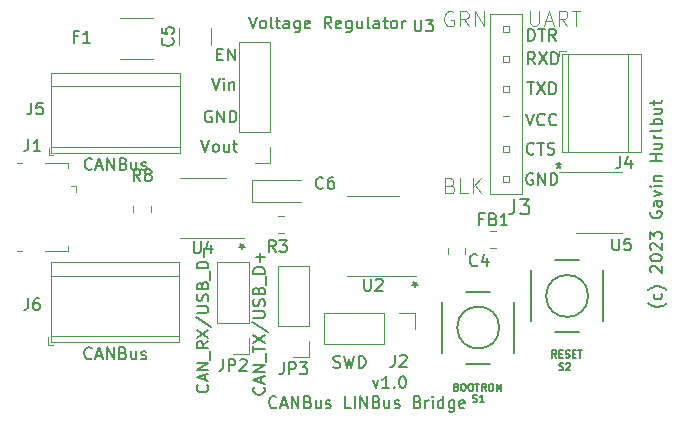
<source format=gbr>
%TF.GenerationSoftware,KiCad,Pcbnew,6.0.11-2627ca5db0~126~ubuntu22.04.1*%
%TF.CreationDate,2023-02-28T23:03:16-05:00*%
%TF.ProjectId,canbus-linbus-bridge,63616e62-7573-42d6-9c69-6e6275732d62,1.0*%
%TF.SameCoordinates,Original*%
%TF.FileFunction,Legend,Top*%
%TF.FilePolarity,Positive*%
%FSLAX46Y46*%
G04 Gerber Fmt 4.6, Leading zero omitted, Abs format (unit mm)*
G04 Created by KiCad (PCBNEW 6.0.11-2627ca5db0~126~ubuntu22.04.1) date 2023-02-28 23:03:16*
%MOMM*%
%LPD*%
G01*
G04 APERTURE LIST*
%ADD10C,0.150000*%
%ADD11C,0.127000*%
%ADD12C,0.101600*%
%ADD13C,0.120000*%
%ADD14C,0.203200*%
%ADD15C,0.066040*%
G04 APERTURE END LIST*
D10*
X77083333Y-102977142D02*
X77035714Y-103024761D01*
X76892857Y-103072380D01*
X76797619Y-103072380D01*
X76654761Y-103024761D01*
X76559523Y-102929523D01*
X76511904Y-102834285D01*
X76464285Y-102643809D01*
X76464285Y-102500952D01*
X76511904Y-102310476D01*
X76559523Y-102215238D01*
X76654761Y-102120000D01*
X76797619Y-102072380D01*
X76892857Y-102072380D01*
X77035714Y-102120000D01*
X77083333Y-102167619D01*
X77464285Y-102786666D02*
X77940476Y-102786666D01*
X77369047Y-103072380D02*
X77702380Y-102072380D01*
X78035714Y-103072380D01*
X78369047Y-103072380D02*
X78369047Y-102072380D01*
X78940476Y-103072380D01*
X78940476Y-102072380D01*
X79750000Y-102548571D02*
X79892857Y-102596190D01*
X79940476Y-102643809D01*
X79988095Y-102739047D01*
X79988095Y-102881904D01*
X79940476Y-102977142D01*
X79892857Y-103024761D01*
X79797619Y-103072380D01*
X79416666Y-103072380D01*
X79416666Y-102072380D01*
X79750000Y-102072380D01*
X79845238Y-102120000D01*
X79892857Y-102167619D01*
X79940476Y-102262857D01*
X79940476Y-102358095D01*
X79892857Y-102453333D01*
X79845238Y-102500952D01*
X79750000Y-102548571D01*
X79416666Y-102548571D01*
X80845238Y-102405714D02*
X80845238Y-103072380D01*
X80416666Y-102405714D02*
X80416666Y-102929523D01*
X80464285Y-103024761D01*
X80559523Y-103072380D01*
X80702380Y-103072380D01*
X80797619Y-103024761D01*
X80845238Y-102977142D01*
X81273809Y-103024761D02*
X81369047Y-103072380D01*
X81559523Y-103072380D01*
X81654761Y-103024761D01*
X81702380Y-102929523D01*
X81702380Y-102881904D01*
X81654761Y-102786666D01*
X81559523Y-102739047D01*
X81416666Y-102739047D01*
X81321428Y-102691428D01*
X81273809Y-102596190D01*
X81273809Y-102548571D01*
X81321428Y-102453333D01*
X81416666Y-102405714D01*
X81559523Y-102405714D01*
X81654761Y-102453333D01*
X83369047Y-103072380D02*
X82892857Y-103072380D01*
X82892857Y-102072380D01*
X83702380Y-103072380D02*
X83702380Y-102072380D01*
X84178571Y-103072380D02*
X84178571Y-102072380D01*
X84750000Y-103072380D01*
X84750000Y-102072380D01*
X85559523Y-102548571D02*
X85702380Y-102596190D01*
X85750000Y-102643809D01*
X85797619Y-102739047D01*
X85797619Y-102881904D01*
X85750000Y-102977142D01*
X85702380Y-103024761D01*
X85607142Y-103072380D01*
X85226190Y-103072380D01*
X85226190Y-102072380D01*
X85559523Y-102072380D01*
X85654761Y-102120000D01*
X85702380Y-102167619D01*
X85750000Y-102262857D01*
X85750000Y-102358095D01*
X85702380Y-102453333D01*
X85654761Y-102500952D01*
X85559523Y-102548571D01*
X85226190Y-102548571D01*
X86654761Y-102405714D02*
X86654761Y-103072380D01*
X86226190Y-102405714D02*
X86226190Y-102929523D01*
X86273809Y-103024761D01*
X86369047Y-103072380D01*
X86511904Y-103072380D01*
X86607142Y-103024761D01*
X86654761Y-102977142D01*
X87083333Y-103024761D02*
X87178571Y-103072380D01*
X87369047Y-103072380D01*
X87464285Y-103024761D01*
X87511904Y-102929523D01*
X87511904Y-102881904D01*
X87464285Y-102786666D01*
X87369047Y-102739047D01*
X87226190Y-102739047D01*
X87130952Y-102691428D01*
X87083333Y-102596190D01*
X87083333Y-102548571D01*
X87130952Y-102453333D01*
X87226190Y-102405714D01*
X87369047Y-102405714D01*
X87464285Y-102453333D01*
X89035714Y-102548571D02*
X89178571Y-102596190D01*
X89226190Y-102643809D01*
X89273809Y-102739047D01*
X89273809Y-102881904D01*
X89226190Y-102977142D01*
X89178571Y-103024761D01*
X89083333Y-103072380D01*
X88702380Y-103072380D01*
X88702380Y-102072380D01*
X89035714Y-102072380D01*
X89130952Y-102120000D01*
X89178571Y-102167619D01*
X89226190Y-102262857D01*
X89226190Y-102358095D01*
X89178571Y-102453333D01*
X89130952Y-102500952D01*
X89035714Y-102548571D01*
X88702380Y-102548571D01*
X89702380Y-103072380D02*
X89702380Y-102405714D01*
X89702380Y-102596190D02*
X89750000Y-102500952D01*
X89797619Y-102453333D01*
X89892857Y-102405714D01*
X89988095Y-102405714D01*
X90321428Y-103072380D02*
X90321428Y-102405714D01*
X90321428Y-102072380D02*
X90273809Y-102120000D01*
X90321428Y-102167619D01*
X90369047Y-102120000D01*
X90321428Y-102072380D01*
X90321428Y-102167619D01*
X91226190Y-103072380D02*
X91226190Y-102072380D01*
X91226190Y-103024761D02*
X91130952Y-103072380D01*
X90940476Y-103072380D01*
X90845238Y-103024761D01*
X90797619Y-102977142D01*
X90750000Y-102881904D01*
X90750000Y-102596190D01*
X90797619Y-102500952D01*
X90845238Y-102453333D01*
X90940476Y-102405714D01*
X91130952Y-102405714D01*
X91226190Y-102453333D01*
X92130952Y-102405714D02*
X92130952Y-103215238D01*
X92083333Y-103310476D01*
X92035714Y-103358095D01*
X91940476Y-103405714D01*
X91797619Y-103405714D01*
X91702380Y-103358095D01*
X92130952Y-103024761D02*
X92035714Y-103072380D01*
X91845238Y-103072380D01*
X91750000Y-103024761D01*
X91702380Y-102977142D01*
X91654761Y-102881904D01*
X91654761Y-102596190D01*
X91702380Y-102500952D01*
X91750000Y-102453333D01*
X91845238Y-102405714D01*
X92035714Y-102405714D01*
X92130952Y-102453333D01*
X92988095Y-103024761D02*
X92892857Y-103072380D01*
X92702380Y-103072380D01*
X92607142Y-103024761D01*
X92559523Y-102929523D01*
X92559523Y-102548571D01*
X92607142Y-102453333D01*
X92702380Y-102405714D01*
X92892857Y-102405714D01*
X92988095Y-102453333D01*
X93035714Y-102548571D01*
X93035714Y-102643809D01*
X92559523Y-102739047D01*
X85241428Y-100705714D02*
X85479523Y-101372380D01*
X85717619Y-100705714D01*
X86622380Y-101372380D02*
X86050952Y-101372380D01*
X86336666Y-101372380D02*
X86336666Y-100372380D01*
X86241428Y-100515238D01*
X86146190Y-100610476D01*
X86050952Y-100658095D01*
X87050952Y-101277142D02*
X87098571Y-101324761D01*
X87050952Y-101372380D01*
X87003333Y-101324761D01*
X87050952Y-101277142D01*
X87050952Y-101372380D01*
X87717619Y-100372380D02*
X87812857Y-100372380D01*
X87908095Y-100420000D01*
X87955714Y-100467619D01*
X88003333Y-100562857D01*
X88050952Y-100753333D01*
X88050952Y-100991428D01*
X88003333Y-101181904D01*
X87955714Y-101277142D01*
X87908095Y-101324761D01*
X87812857Y-101372380D01*
X87717619Y-101372380D01*
X87622380Y-101324761D01*
X87574761Y-101277142D01*
X87527142Y-101181904D01*
X87479523Y-100991428D01*
X87479523Y-100753333D01*
X87527142Y-100562857D01*
X87574761Y-100467619D01*
X87622380Y-100420000D01*
X87717619Y-100372380D01*
X110093333Y-94200952D02*
X110045714Y-94248571D01*
X109902857Y-94343809D01*
X109807619Y-94391428D01*
X109664761Y-94439047D01*
X109426666Y-94486666D01*
X109236190Y-94486666D01*
X108998095Y-94439047D01*
X108855238Y-94391428D01*
X108760000Y-94343809D01*
X108617142Y-94248571D01*
X108569523Y-94200952D01*
X109664761Y-93391428D02*
X109712380Y-93486666D01*
X109712380Y-93677142D01*
X109664761Y-93772380D01*
X109617142Y-93820000D01*
X109521904Y-93867619D01*
X109236190Y-93867619D01*
X109140952Y-93820000D01*
X109093333Y-93772380D01*
X109045714Y-93677142D01*
X109045714Y-93486666D01*
X109093333Y-93391428D01*
X110093333Y-93058095D02*
X110045714Y-93010476D01*
X109902857Y-92915238D01*
X109807619Y-92867619D01*
X109664761Y-92820000D01*
X109426666Y-92772380D01*
X109236190Y-92772380D01*
X108998095Y-92820000D01*
X108855238Y-92867619D01*
X108760000Y-92915238D01*
X108617142Y-93010476D01*
X108569523Y-93058095D01*
X108807619Y-91581904D02*
X108760000Y-91534285D01*
X108712380Y-91439047D01*
X108712380Y-91200952D01*
X108760000Y-91105714D01*
X108807619Y-91058095D01*
X108902857Y-91010476D01*
X108998095Y-91010476D01*
X109140952Y-91058095D01*
X109712380Y-91629523D01*
X109712380Y-91010476D01*
X108712380Y-90391428D02*
X108712380Y-90296190D01*
X108760000Y-90200952D01*
X108807619Y-90153333D01*
X108902857Y-90105714D01*
X109093333Y-90058095D01*
X109331428Y-90058095D01*
X109521904Y-90105714D01*
X109617142Y-90153333D01*
X109664761Y-90200952D01*
X109712380Y-90296190D01*
X109712380Y-90391428D01*
X109664761Y-90486666D01*
X109617142Y-90534285D01*
X109521904Y-90581904D01*
X109331428Y-90629523D01*
X109093333Y-90629523D01*
X108902857Y-90581904D01*
X108807619Y-90534285D01*
X108760000Y-90486666D01*
X108712380Y-90391428D01*
X108807619Y-89677142D02*
X108760000Y-89629523D01*
X108712380Y-89534285D01*
X108712380Y-89296190D01*
X108760000Y-89200952D01*
X108807619Y-89153333D01*
X108902857Y-89105714D01*
X108998095Y-89105714D01*
X109140952Y-89153333D01*
X109712380Y-89724761D01*
X109712380Y-89105714D01*
X108712380Y-88772380D02*
X108712380Y-88153333D01*
X109093333Y-88486666D01*
X109093333Y-88343809D01*
X109140952Y-88248571D01*
X109188571Y-88200952D01*
X109283809Y-88153333D01*
X109521904Y-88153333D01*
X109617142Y-88200952D01*
X109664761Y-88248571D01*
X109712380Y-88343809D01*
X109712380Y-88629523D01*
X109664761Y-88724761D01*
X109617142Y-88772380D01*
X108760000Y-86439047D02*
X108712380Y-86534285D01*
X108712380Y-86677142D01*
X108760000Y-86820000D01*
X108855238Y-86915238D01*
X108950476Y-86962857D01*
X109140952Y-87010476D01*
X109283809Y-87010476D01*
X109474285Y-86962857D01*
X109569523Y-86915238D01*
X109664761Y-86820000D01*
X109712380Y-86677142D01*
X109712380Y-86581904D01*
X109664761Y-86439047D01*
X109617142Y-86391428D01*
X109283809Y-86391428D01*
X109283809Y-86581904D01*
X109712380Y-85534285D02*
X109188571Y-85534285D01*
X109093333Y-85581904D01*
X109045714Y-85677142D01*
X109045714Y-85867619D01*
X109093333Y-85962857D01*
X109664761Y-85534285D02*
X109712380Y-85629523D01*
X109712380Y-85867619D01*
X109664761Y-85962857D01*
X109569523Y-86010476D01*
X109474285Y-86010476D01*
X109379047Y-85962857D01*
X109331428Y-85867619D01*
X109331428Y-85629523D01*
X109283809Y-85534285D01*
X109045714Y-85153333D02*
X109712380Y-84915238D01*
X109045714Y-84677142D01*
X109712380Y-84296190D02*
X109045714Y-84296190D01*
X108712380Y-84296190D02*
X108760000Y-84343809D01*
X108807619Y-84296190D01*
X108760000Y-84248571D01*
X108712380Y-84296190D01*
X108807619Y-84296190D01*
X109045714Y-83820000D02*
X109712380Y-83820000D01*
X109140952Y-83820000D02*
X109093333Y-83772380D01*
X109045714Y-83677142D01*
X109045714Y-83534285D01*
X109093333Y-83439047D01*
X109188571Y-83391428D01*
X109712380Y-83391428D01*
X109712380Y-82153333D02*
X108712380Y-82153333D01*
X109188571Y-82153333D02*
X109188571Y-81581904D01*
X109712380Y-81581904D02*
X108712380Y-81581904D01*
X109045714Y-80677142D02*
X109712380Y-80677142D01*
X109045714Y-81105714D02*
X109569523Y-81105714D01*
X109664761Y-81058095D01*
X109712380Y-80962857D01*
X109712380Y-80820000D01*
X109664761Y-80724761D01*
X109617142Y-80677142D01*
X109712380Y-80200952D02*
X109045714Y-80200952D01*
X109236190Y-80200952D02*
X109140952Y-80153333D01*
X109093333Y-80105714D01*
X109045714Y-80010476D01*
X109045714Y-79915238D01*
X109712380Y-79439047D02*
X109664761Y-79534285D01*
X109569523Y-79581904D01*
X108712380Y-79581904D01*
X109712380Y-79058095D02*
X108712380Y-79058095D01*
X109093333Y-79058095D02*
X109045714Y-78962857D01*
X109045714Y-78772380D01*
X109093333Y-78677142D01*
X109140952Y-78629523D01*
X109236190Y-78581904D01*
X109521904Y-78581904D01*
X109617142Y-78629523D01*
X109664761Y-78677142D01*
X109712380Y-78772380D01*
X109712380Y-78962857D01*
X109664761Y-79058095D01*
X109045714Y-77724761D02*
X109712380Y-77724761D01*
X109045714Y-78153333D02*
X109569523Y-78153333D01*
X109664761Y-78105714D01*
X109712380Y-78010476D01*
X109712380Y-77867619D01*
X109664761Y-77772380D01*
X109617142Y-77724761D01*
X109045714Y-77391428D02*
X109045714Y-77010476D01*
X108712380Y-77248571D02*
X109569523Y-77248571D01*
X109664761Y-77200952D01*
X109712380Y-77105714D01*
X109712380Y-77010476D01*
%TO.C,J4*%
X106186666Y-81762380D02*
X106186666Y-82476666D01*
X106139047Y-82619523D01*
X106043809Y-82714761D01*
X105900952Y-82762380D01*
X105805714Y-82762380D01*
X107091428Y-82095714D02*
X107091428Y-82762380D01*
X106853333Y-81714761D02*
X106615238Y-82429047D01*
X107234285Y-82429047D01*
%TO.C,U5*%
X105538095Y-88722380D02*
X105538095Y-89531904D01*
X105585714Y-89627142D01*
X105633333Y-89674761D01*
X105728571Y-89722380D01*
X105919047Y-89722380D01*
X106014285Y-89674761D01*
X106061904Y-89627142D01*
X106109523Y-89531904D01*
X106109523Y-88722380D01*
X107061904Y-88722380D02*
X106585714Y-88722380D01*
X106538095Y-89198571D01*
X106585714Y-89150952D01*
X106680952Y-89103333D01*
X106919047Y-89103333D01*
X107014285Y-89150952D01*
X107061904Y-89198571D01*
X107109523Y-89293809D01*
X107109523Y-89531904D01*
X107061904Y-89627142D01*
X107014285Y-89674761D01*
X106919047Y-89722380D01*
X106680952Y-89722380D01*
X106585714Y-89674761D01*
X106538095Y-89627142D01*
X100975000Y-82277380D02*
X100975000Y-82515476D01*
X100736904Y-82420238D02*
X100975000Y-82515476D01*
X101213095Y-82420238D01*
X100832142Y-82705952D02*
X100975000Y-82515476D01*
X101117857Y-82705952D01*
%TO.C,JP2*%
X72566666Y-98922380D02*
X72566666Y-99636666D01*
X72519047Y-99779523D01*
X72423809Y-99874761D01*
X72280952Y-99922380D01*
X72185714Y-99922380D01*
X73042857Y-99922380D02*
X73042857Y-98922380D01*
X73423809Y-98922380D01*
X73519047Y-98970000D01*
X73566666Y-99017619D01*
X73614285Y-99112857D01*
X73614285Y-99255714D01*
X73566666Y-99350952D01*
X73519047Y-99398571D01*
X73423809Y-99446190D01*
X73042857Y-99446190D01*
X73995238Y-99017619D02*
X74042857Y-98970000D01*
X74138095Y-98922380D01*
X74376190Y-98922380D01*
X74471428Y-98970000D01*
X74519047Y-99017619D01*
X74566666Y-99112857D01*
X74566666Y-99208095D01*
X74519047Y-99350952D01*
X73947619Y-99922380D01*
X74566666Y-99922380D01*
X71232142Y-101098809D02*
X71279761Y-101146428D01*
X71327380Y-101289285D01*
X71327380Y-101384523D01*
X71279761Y-101527380D01*
X71184523Y-101622619D01*
X71089285Y-101670238D01*
X70898809Y-101717857D01*
X70755952Y-101717857D01*
X70565476Y-101670238D01*
X70470238Y-101622619D01*
X70375000Y-101527380D01*
X70327380Y-101384523D01*
X70327380Y-101289285D01*
X70375000Y-101146428D01*
X70422619Y-101098809D01*
X71041666Y-100717857D02*
X71041666Y-100241666D01*
X71327380Y-100813095D02*
X70327380Y-100479761D01*
X71327380Y-100146428D01*
X71327380Y-99813095D02*
X70327380Y-99813095D01*
X71327380Y-99241666D01*
X70327380Y-99241666D01*
X71422619Y-99003571D02*
X71422619Y-98241666D01*
X71327380Y-97432142D02*
X70851190Y-97765476D01*
X71327380Y-98003571D02*
X70327380Y-98003571D01*
X70327380Y-97622619D01*
X70375000Y-97527380D01*
X70422619Y-97479761D01*
X70517857Y-97432142D01*
X70660714Y-97432142D01*
X70755952Y-97479761D01*
X70803571Y-97527380D01*
X70851190Y-97622619D01*
X70851190Y-98003571D01*
X70327380Y-97098809D02*
X71327380Y-96432142D01*
X70327380Y-96432142D02*
X71327380Y-97098809D01*
X70279761Y-95336904D02*
X71565476Y-96194047D01*
X70327380Y-95003571D02*
X71136904Y-95003571D01*
X71232142Y-94955952D01*
X71279761Y-94908333D01*
X71327380Y-94813095D01*
X71327380Y-94622619D01*
X71279761Y-94527380D01*
X71232142Y-94479761D01*
X71136904Y-94432142D01*
X70327380Y-94432142D01*
X71279761Y-94003571D02*
X71327380Y-93860714D01*
X71327380Y-93622619D01*
X71279761Y-93527380D01*
X71232142Y-93479761D01*
X71136904Y-93432142D01*
X71041666Y-93432142D01*
X70946428Y-93479761D01*
X70898809Y-93527380D01*
X70851190Y-93622619D01*
X70803571Y-93813095D01*
X70755952Y-93908333D01*
X70708333Y-93955952D01*
X70613095Y-94003571D01*
X70517857Y-94003571D01*
X70422619Y-93955952D01*
X70375000Y-93908333D01*
X70327380Y-93813095D01*
X70327380Y-93575000D01*
X70375000Y-93432142D01*
X70803571Y-92670238D02*
X70851190Y-92527380D01*
X70898809Y-92479761D01*
X70994047Y-92432142D01*
X71136904Y-92432142D01*
X71232142Y-92479761D01*
X71279761Y-92527380D01*
X71327380Y-92622619D01*
X71327380Y-93003571D01*
X70327380Y-93003571D01*
X70327380Y-92670238D01*
X70375000Y-92575000D01*
X70422619Y-92527380D01*
X70517857Y-92479761D01*
X70613095Y-92479761D01*
X70708333Y-92527380D01*
X70755952Y-92575000D01*
X70803571Y-92670238D01*
X70803571Y-93003571D01*
X71422619Y-92241666D02*
X71422619Y-91479761D01*
X71327380Y-91241666D02*
X70327380Y-91241666D01*
X70327380Y-91003571D01*
X70375000Y-90860714D01*
X70470238Y-90765476D01*
X70565476Y-90717857D01*
X70755952Y-90670238D01*
X70898809Y-90670238D01*
X71089285Y-90717857D01*
X71184523Y-90765476D01*
X71279761Y-90860714D01*
X71327380Y-91003571D01*
X71327380Y-91241666D01*
X70946428Y-90241666D02*
X70946428Y-89479761D01*
%TO.C,J6*%
X56066666Y-93752380D02*
X56066666Y-94466666D01*
X56019047Y-94609523D01*
X55923809Y-94704761D01*
X55780952Y-94752380D01*
X55685714Y-94752380D01*
X56971428Y-93752380D02*
X56780952Y-93752380D01*
X56685714Y-93800000D01*
X56638095Y-93847619D01*
X56542857Y-93990476D01*
X56495238Y-94180952D01*
X56495238Y-94561904D01*
X56542857Y-94657142D01*
X56590476Y-94704761D01*
X56685714Y-94752380D01*
X56876190Y-94752380D01*
X56971428Y-94704761D01*
X57019047Y-94657142D01*
X57066666Y-94561904D01*
X57066666Y-94323809D01*
X57019047Y-94228571D01*
X56971428Y-94180952D01*
X56876190Y-94133333D01*
X56685714Y-94133333D01*
X56590476Y-94180952D01*
X56542857Y-94228571D01*
X56495238Y-94323809D01*
X61435000Y-98827142D02*
X61387380Y-98874761D01*
X61244523Y-98922380D01*
X61149285Y-98922380D01*
X61006428Y-98874761D01*
X60911190Y-98779523D01*
X60863571Y-98684285D01*
X60815952Y-98493809D01*
X60815952Y-98350952D01*
X60863571Y-98160476D01*
X60911190Y-98065238D01*
X61006428Y-97970000D01*
X61149285Y-97922380D01*
X61244523Y-97922380D01*
X61387380Y-97970000D01*
X61435000Y-98017619D01*
X61815952Y-98636666D02*
X62292142Y-98636666D01*
X61720714Y-98922380D02*
X62054047Y-97922380D01*
X62387380Y-98922380D01*
X62720714Y-98922380D02*
X62720714Y-97922380D01*
X63292142Y-98922380D01*
X63292142Y-97922380D01*
X64101666Y-98398571D02*
X64244523Y-98446190D01*
X64292142Y-98493809D01*
X64339761Y-98589047D01*
X64339761Y-98731904D01*
X64292142Y-98827142D01*
X64244523Y-98874761D01*
X64149285Y-98922380D01*
X63768333Y-98922380D01*
X63768333Y-97922380D01*
X64101666Y-97922380D01*
X64196904Y-97970000D01*
X64244523Y-98017619D01*
X64292142Y-98112857D01*
X64292142Y-98208095D01*
X64244523Y-98303333D01*
X64196904Y-98350952D01*
X64101666Y-98398571D01*
X63768333Y-98398571D01*
X65196904Y-98255714D02*
X65196904Y-98922380D01*
X64768333Y-98255714D02*
X64768333Y-98779523D01*
X64815952Y-98874761D01*
X64911190Y-98922380D01*
X65054047Y-98922380D01*
X65149285Y-98874761D01*
X65196904Y-98827142D01*
X65625476Y-98874761D02*
X65720714Y-98922380D01*
X65911190Y-98922380D01*
X66006428Y-98874761D01*
X66054047Y-98779523D01*
X66054047Y-98731904D01*
X66006428Y-98636666D01*
X65911190Y-98589047D01*
X65768333Y-98589047D01*
X65673095Y-98541428D01*
X65625476Y-98446190D01*
X65625476Y-98398571D01*
X65673095Y-98303333D01*
X65768333Y-98255714D01*
X65911190Y-98255714D01*
X66006428Y-98303333D01*
%TO.C,J2*%
X87116666Y-98552380D02*
X87116666Y-99266666D01*
X87069047Y-99409523D01*
X86973809Y-99504761D01*
X86830952Y-99552380D01*
X86735714Y-99552380D01*
X87545238Y-98647619D02*
X87592857Y-98600000D01*
X87688095Y-98552380D01*
X87926190Y-98552380D01*
X88021428Y-98600000D01*
X88069047Y-98647619D01*
X88116666Y-98742857D01*
X88116666Y-98838095D01*
X88069047Y-98980952D01*
X87497619Y-99552380D01*
X88116666Y-99552380D01*
X81917857Y-99604761D02*
X82060714Y-99652380D01*
X82298809Y-99652380D01*
X82394047Y-99604761D01*
X82441666Y-99557142D01*
X82489285Y-99461904D01*
X82489285Y-99366666D01*
X82441666Y-99271428D01*
X82394047Y-99223809D01*
X82298809Y-99176190D01*
X82108333Y-99128571D01*
X82013095Y-99080952D01*
X81965476Y-99033333D01*
X81917857Y-98938095D01*
X81917857Y-98842857D01*
X81965476Y-98747619D01*
X82013095Y-98700000D01*
X82108333Y-98652380D01*
X82346428Y-98652380D01*
X82489285Y-98700000D01*
X82822619Y-98652380D02*
X83060714Y-99652380D01*
X83251190Y-98938095D01*
X83441666Y-99652380D01*
X83679761Y-98652380D01*
X84060714Y-99652380D02*
X84060714Y-98652380D01*
X84298809Y-98652380D01*
X84441666Y-98700000D01*
X84536904Y-98795238D01*
X84584523Y-98890476D01*
X84632142Y-99080952D01*
X84632142Y-99223809D01*
X84584523Y-99414285D01*
X84536904Y-99509523D01*
X84441666Y-99604761D01*
X84298809Y-99652380D01*
X84060714Y-99652380D01*
%TO.C,R8*%
X65558333Y-83852380D02*
X65225000Y-83376190D01*
X64986904Y-83852380D02*
X64986904Y-82852380D01*
X65367857Y-82852380D01*
X65463095Y-82900000D01*
X65510714Y-82947619D01*
X65558333Y-83042857D01*
X65558333Y-83185714D01*
X65510714Y-83280952D01*
X65463095Y-83328571D01*
X65367857Y-83376190D01*
X64986904Y-83376190D01*
X66129761Y-83280952D02*
X66034523Y-83233333D01*
X65986904Y-83185714D01*
X65939285Y-83090476D01*
X65939285Y-83042857D01*
X65986904Y-82947619D01*
X66034523Y-82900000D01*
X66129761Y-82852380D01*
X66320238Y-82852380D01*
X66415476Y-82900000D01*
X66463095Y-82947619D01*
X66510714Y-83042857D01*
X66510714Y-83090476D01*
X66463095Y-83185714D01*
X66415476Y-83233333D01*
X66320238Y-83280952D01*
X66129761Y-83280952D01*
X66034523Y-83328571D01*
X65986904Y-83376190D01*
X65939285Y-83471428D01*
X65939285Y-83661904D01*
X65986904Y-83757142D01*
X66034523Y-83804761D01*
X66129761Y-83852380D01*
X66320238Y-83852380D01*
X66415476Y-83804761D01*
X66463095Y-83757142D01*
X66510714Y-83661904D01*
X66510714Y-83471428D01*
X66463095Y-83376190D01*
X66415476Y-83328571D01*
X66320238Y-83280952D01*
%TO.C,C4*%
X94083333Y-90957142D02*
X94035714Y-91004761D01*
X93892857Y-91052380D01*
X93797619Y-91052380D01*
X93654761Y-91004761D01*
X93559523Y-90909523D01*
X93511904Y-90814285D01*
X93464285Y-90623809D01*
X93464285Y-90480952D01*
X93511904Y-90290476D01*
X93559523Y-90195238D01*
X93654761Y-90100000D01*
X93797619Y-90052380D01*
X93892857Y-90052380D01*
X94035714Y-90100000D01*
X94083333Y-90147619D01*
X94940476Y-90385714D02*
X94940476Y-91052380D01*
X94702380Y-90004761D02*
X94464285Y-90719047D01*
X95083333Y-90719047D01*
D11*
%TO.C,S1*%
X93710542Y-102521742D02*
X93797628Y-102550771D01*
X93942771Y-102550771D01*
X94000828Y-102521742D01*
X94029857Y-102492714D01*
X94058885Y-102434657D01*
X94058885Y-102376600D01*
X94029857Y-102318542D01*
X94000828Y-102289514D01*
X93942771Y-102260485D01*
X93826657Y-102231457D01*
X93768600Y-102202428D01*
X93739571Y-102173400D01*
X93710542Y-102115342D01*
X93710542Y-102057285D01*
X93739571Y-101999228D01*
X93768600Y-101970200D01*
X93826657Y-101941171D01*
X93971800Y-101941171D01*
X94058885Y-101970200D01*
X94639457Y-102550771D02*
X94291114Y-102550771D01*
X94465285Y-102550771D02*
X94465285Y-101941171D01*
X94407228Y-102028257D01*
X94349171Y-102086314D01*
X94291114Y-102115342D01*
X92325228Y-101281457D02*
X92412314Y-101310485D01*
X92441342Y-101339514D01*
X92470371Y-101397571D01*
X92470371Y-101484657D01*
X92441342Y-101542714D01*
X92412314Y-101571742D01*
X92354257Y-101600771D01*
X92122028Y-101600771D01*
X92122028Y-100991171D01*
X92325228Y-100991171D01*
X92383285Y-101020200D01*
X92412314Y-101049228D01*
X92441342Y-101107285D01*
X92441342Y-101165342D01*
X92412314Y-101223400D01*
X92383285Y-101252428D01*
X92325228Y-101281457D01*
X92122028Y-101281457D01*
X92847742Y-100991171D02*
X92963857Y-100991171D01*
X93021914Y-101020200D01*
X93079971Y-101078257D01*
X93109000Y-101194371D01*
X93109000Y-101397571D01*
X93079971Y-101513685D01*
X93021914Y-101571742D01*
X92963857Y-101600771D01*
X92847742Y-101600771D01*
X92789685Y-101571742D01*
X92731628Y-101513685D01*
X92702600Y-101397571D01*
X92702600Y-101194371D01*
X92731628Y-101078257D01*
X92789685Y-101020200D01*
X92847742Y-100991171D01*
X93486371Y-100991171D02*
X93602485Y-100991171D01*
X93660542Y-101020200D01*
X93718600Y-101078257D01*
X93747628Y-101194371D01*
X93747628Y-101397571D01*
X93718600Y-101513685D01*
X93660542Y-101571742D01*
X93602485Y-101600771D01*
X93486371Y-101600771D01*
X93428314Y-101571742D01*
X93370257Y-101513685D01*
X93341228Y-101397571D01*
X93341228Y-101194371D01*
X93370257Y-101078257D01*
X93428314Y-101020200D01*
X93486371Y-100991171D01*
X93921800Y-100991171D02*
X94270142Y-100991171D01*
X94095971Y-101600771D02*
X94095971Y-100991171D01*
X94821685Y-101600771D02*
X94618485Y-101310485D01*
X94473342Y-101600771D02*
X94473342Y-100991171D01*
X94705571Y-100991171D01*
X94763628Y-101020200D01*
X94792657Y-101049228D01*
X94821685Y-101107285D01*
X94821685Y-101194371D01*
X94792657Y-101252428D01*
X94763628Y-101281457D01*
X94705571Y-101310485D01*
X94473342Y-101310485D01*
X95199057Y-100991171D02*
X95315171Y-100991171D01*
X95373228Y-101020200D01*
X95431285Y-101078257D01*
X95460314Y-101194371D01*
X95460314Y-101397571D01*
X95431285Y-101513685D01*
X95373228Y-101571742D01*
X95315171Y-101600771D01*
X95199057Y-101600771D01*
X95141000Y-101571742D01*
X95082942Y-101513685D01*
X95053914Y-101397571D01*
X95053914Y-101194371D01*
X95082942Y-101078257D01*
X95141000Y-101020200D01*
X95199057Y-100991171D01*
X95721571Y-101600771D02*
X95721571Y-100991171D01*
X95924771Y-101426600D01*
X96127971Y-100991171D01*
X96127971Y-101600771D01*
D10*
%TO.C,R3*%
X77008333Y-89852380D02*
X76675000Y-89376190D01*
X76436904Y-89852380D02*
X76436904Y-88852380D01*
X76817857Y-88852380D01*
X76913095Y-88900000D01*
X76960714Y-88947619D01*
X77008333Y-89042857D01*
X77008333Y-89185714D01*
X76960714Y-89280952D01*
X76913095Y-89328571D01*
X76817857Y-89376190D01*
X76436904Y-89376190D01*
X77341666Y-88852380D02*
X77960714Y-88852380D01*
X77627380Y-89233333D01*
X77770238Y-89233333D01*
X77865476Y-89280952D01*
X77913095Y-89328571D01*
X77960714Y-89423809D01*
X77960714Y-89661904D01*
X77913095Y-89757142D01*
X77865476Y-89804761D01*
X77770238Y-89852380D01*
X77484523Y-89852380D01*
X77389285Y-89804761D01*
X77341666Y-89757142D01*
D11*
%TO.C,J3*%
X97226666Y-85404523D02*
X97226666Y-86311666D01*
X97166190Y-86493095D01*
X97045238Y-86614047D01*
X96863809Y-86674523D01*
X96742857Y-86674523D01*
X97710476Y-85404523D02*
X98496666Y-85404523D01*
X98073333Y-85888333D01*
X98254761Y-85888333D01*
X98375714Y-85948809D01*
X98436190Y-86009285D01*
X98496666Y-86130238D01*
X98496666Y-86432619D01*
X98436190Y-86553571D01*
X98375714Y-86614047D01*
X98254761Y-86674523D01*
X97891904Y-86674523D01*
X97770952Y-86614047D01*
X97710476Y-86553571D01*
D12*
X98574047Y-69429523D02*
X98574047Y-70457619D01*
X98634523Y-70578571D01*
X98695000Y-70639047D01*
X98815952Y-70699523D01*
X99057857Y-70699523D01*
X99178809Y-70639047D01*
X99239285Y-70578571D01*
X99299761Y-70457619D01*
X99299761Y-69429523D01*
X99844047Y-70336666D02*
X100448809Y-70336666D01*
X99723095Y-70699523D02*
X100146428Y-69429523D01*
X100569761Y-70699523D01*
X101718809Y-70699523D02*
X101295476Y-70094761D01*
X100993095Y-70699523D02*
X100993095Y-69429523D01*
X101476904Y-69429523D01*
X101597857Y-69490000D01*
X101658333Y-69550476D01*
X101718809Y-69671428D01*
X101718809Y-69852857D01*
X101658333Y-69973809D01*
X101597857Y-70034285D01*
X101476904Y-70094761D01*
X100993095Y-70094761D01*
X102081666Y-69429523D02*
X102807380Y-69429523D01*
X102444523Y-70699523D02*
X102444523Y-69429523D01*
X91816666Y-84234285D02*
X91998095Y-84294761D01*
X92058571Y-84355238D01*
X92119047Y-84476190D01*
X92119047Y-84657619D01*
X92058571Y-84778571D01*
X91998095Y-84839047D01*
X91877142Y-84899523D01*
X91393333Y-84899523D01*
X91393333Y-83629523D01*
X91816666Y-83629523D01*
X91937619Y-83690000D01*
X91998095Y-83750476D01*
X92058571Y-83871428D01*
X92058571Y-83992380D01*
X91998095Y-84113333D01*
X91937619Y-84173809D01*
X91816666Y-84234285D01*
X91393333Y-84234285D01*
X93268095Y-84899523D02*
X92663333Y-84899523D01*
X92663333Y-83629523D01*
X93691428Y-84899523D02*
X93691428Y-83629523D01*
X94417142Y-84899523D02*
X93872857Y-84173809D01*
X94417142Y-83629523D02*
X93691428Y-84355238D01*
D10*
X98214666Y-78138580D02*
X98548000Y-79138580D01*
X98881333Y-78138580D01*
X99786095Y-79043342D02*
X99738476Y-79090961D01*
X99595619Y-79138580D01*
X99500380Y-79138580D01*
X99357523Y-79090961D01*
X99262285Y-78995723D01*
X99214666Y-78900485D01*
X99167047Y-78710009D01*
X99167047Y-78567152D01*
X99214666Y-78376676D01*
X99262285Y-78281438D01*
X99357523Y-78186200D01*
X99500380Y-78138580D01*
X99595619Y-78138580D01*
X99738476Y-78186200D01*
X99786095Y-78233819D01*
X100786095Y-79043342D02*
X100738476Y-79090961D01*
X100595619Y-79138580D01*
X100500380Y-79138580D01*
X100357523Y-79090961D01*
X100262285Y-78995723D01*
X100214666Y-78900485D01*
X100167047Y-78710009D01*
X100167047Y-78567152D01*
X100214666Y-78376676D01*
X100262285Y-78281438D01*
X100357523Y-78186200D01*
X100500380Y-78138580D01*
X100595619Y-78138580D01*
X100738476Y-78186200D01*
X100786095Y-78233819D01*
X98786095Y-83215400D02*
X98690857Y-83167780D01*
X98548000Y-83167780D01*
X98405142Y-83215400D01*
X98309904Y-83310638D01*
X98262285Y-83405876D01*
X98214666Y-83596352D01*
X98214666Y-83739209D01*
X98262285Y-83929685D01*
X98309904Y-84024923D01*
X98405142Y-84120161D01*
X98548000Y-84167780D01*
X98643238Y-84167780D01*
X98786095Y-84120161D01*
X98833714Y-84072542D01*
X98833714Y-83739209D01*
X98643238Y-83739209D01*
X99262285Y-84167780D02*
X99262285Y-83167780D01*
X99833714Y-84167780D01*
X99833714Y-83167780D01*
X100309904Y-84167780D02*
X100309904Y-83167780D01*
X100548000Y-83167780D01*
X100690857Y-83215400D01*
X100786095Y-83310638D01*
X100833714Y-83405876D01*
X100881333Y-83596352D01*
X100881333Y-83739209D01*
X100833714Y-83929685D01*
X100786095Y-84024923D01*
X100690857Y-84120161D01*
X100548000Y-84167780D01*
X100309904Y-84167780D01*
X98407142Y-71977380D02*
X98407142Y-70977380D01*
X98645238Y-70977380D01*
X98788095Y-71025000D01*
X98883333Y-71120238D01*
X98930952Y-71215476D01*
X98978571Y-71405952D01*
X98978571Y-71548809D01*
X98930952Y-71739285D01*
X98883333Y-71834523D01*
X98788095Y-71929761D01*
X98645238Y-71977380D01*
X98407142Y-71977380D01*
X99264285Y-70977380D02*
X99835714Y-70977380D01*
X99550000Y-71977380D02*
X99550000Y-70977380D01*
X100740476Y-71977380D02*
X100407142Y-71501190D01*
X100169047Y-71977380D02*
X100169047Y-70977380D01*
X100550000Y-70977380D01*
X100645238Y-71025000D01*
X100692857Y-71072619D01*
X100740476Y-71167857D01*
X100740476Y-71310714D01*
X100692857Y-71405952D01*
X100645238Y-71453571D01*
X100550000Y-71501190D01*
X100169047Y-71501190D01*
X98336895Y-75496980D02*
X98908323Y-75496980D01*
X98622609Y-76496980D02*
X98622609Y-75496980D01*
X99146419Y-75496980D02*
X99813085Y-76496980D01*
X99813085Y-75496980D02*
X99146419Y-76496980D01*
X100194038Y-76496980D02*
X100194038Y-75496980D01*
X100432133Y-75496980D01*
X100574990Y-75544600D01*
X100670228Y-75639838D01*
X100717847Y-75735076D01*
X100765466Y-75925552D01*
X100765466Y-76068409D01*
X100717847Y-76258885D01*
X100670228Y-76354123D01*
X100574990Y-76449361D01*
X100432133Y-76496980D01*
X100194038Y-76496980D01*
D12*
X92032380Y-69540000D02*
X91911428Y-69479523D01*
X91730000Y-69479523D01*
X91548571Y-69540000D01*
X91427619Y-69660952D01*
X91367142Y-69781904D01*
X91306666Y-70023809D01*
X91306666Y-70205238D01*
X91367142Y-70447142D01*
X91427619Y-70568095D01*
X91548571Y-70689047D01*
X91730000Y-70749523D01*
X91850952Y-70749523D01*
X92032380Y-70689047D01*
X92092857Y-70628571D01*
X92092857Y-70205238D01*
X91850952Y-70205238D01*
X93362857Y-70749523D02*
X92939523Y-70144761D01*
X92637142Y-70749523D02*
X92637142Y-69479523D01*
X93120952Y-69479523D01*
X93241904Y-69540000D01*
X93302380Y-69600476D01*
X93362857Y-69721428D01*
X93362857Y-69902857D01*
X93302380Y-70023809D01*
X93241904Y-70084285D01*
X93120952Y-70144761D01*
X92637142Y-70144761D01*
X93907142Y-70749523D02*
X93907142Y-69479523D01*
X94632857Y-70749523D01*
X94632857Y-69479523D01*
D10*
X98982933Y-73956980D02*
X98649600Y-73480790D01*
X98411504Y-73956980D02*
X98411504Y-72956980D01*
X98792457Y-72956980D01*
X98887695Y-73004600D01*
X98935314Y-73052219D01*
X98982933Y-73147457D01*
X98982933Y-73290314D01*
X98935314Y-73385552D01*
X98887695Y-73433171D01*
X98792457Y-73480790D01*
X98411504Y-73480790D01*
X99316266Y-72956980D02*
X99982933Y-73956980D01*
X99982933Y-72956980D02*
X99316266Y-73956980D01*
X100363885Y-73956980D02*
X100363885Y-72956980D01*
X100601980Y-72956980D01*
X100744838Y-73004600D01*
X100840076Y-73099838D01*
X100887695Y-73195076D01*
X100935314Y-73385552D01*
X100935314Y-73528409D01*
X100887695Y-73718885D01*
X100840076Y-73814123D01*
X100744838Y-73909361D01*
X100601980Y-73956980D01*
X100363885Y-73956980D01*
X98898780Y-81507142D02*
X98851161Y-81554761D01*
X98708304Y-81602380D01*
X98613066Y-81602380D01*
X98470209Y-81554761D01*
X98374971Y-81459523D01*
X98327352Y-81364285D01*
X98279733Y-81173809D01*
X98279733Y-81030952D01*
X98327352Y-80840476D01*
X98374971Y-80745238D01*
X98470209Y-80650000D01*
X98613066Y-80602380D01*
X98708304Y-80602380D01*
X98851161Y-80650000D01*
X98898780Y-80697619D01*
X99184495Y-80602380D02*
X99755923Y-80602380D01*
X99470209Y-81602380D02*
X99470209Y-80602380D01*
X100041638Y-81554761D02*
X100184495Y-81602380D01*
X100422590Y-81602380D01*
X100517828Y-81554761D01*
X100565447Y-81507142D01*
X100613066Y-81411904D01*
X100613066Y-81316666D01*
X100565447Y-81221428D01*
X100517828Y-81173809D01*
X100422590Y-81126190D01*
X100232114Y-81078571D01*
X100136876Y-81030952D01*
X100089257Y-80983333D01*
X100041638Y-80888095D01*
X100041638Y-80792857D01*
X100089257Y-80697619D01*
X100136876Y-80650000D01*
X100232114Y-80602380D01*
X100470209Y-80602380D01*
X100613066Y-80650000D01*
%TO.C,F1*%
X60266666Y-71603571D02*
X59933333Y-71603571D01*
X59933333Y-72127380D02*
X59933333Y-71127380D01*
X60409523Y-71127380D01*
X61314285Y-72127380D02*
X60742857Y-72127380D01*
X61028571Y-72127380D02*
X61028571Y-71127380D01*
X60933333Y-71270238D01*
X60838095Y-71365476D01*
X60742857Y-71413095D01*
%TO.C,C6*%
X81033333Y-84407142D02*
X80985714Y-84454761D01*
X80842857Y-84502380D01*
X80747619Y-84502380D01*
X80604761Y-84454761D01*
X80509523Y-84359523D01*
X80461904Y-84264285D01*
X80414285Y-84073809D01*
X80414285Y-83930952D01*
X80461904Y-83740476D01*
X80509523Y-83645238D01*
X80604761Y-83550000D01*
X80747619Y-83502380D01*
X80842857Y-83502380D01*
X80985714Y-83550000D01*
X81033333Y-83597619D01*
X81890476Y-83502380D02*
X81700000Y-83502380D01*
X81604761Y-83550000D01*
X81557142Y-83597619D01*
X81461904Y-83740476D01*
X81414285Y-83930952D01*
X81414285Y-84311904D01*
X81461904Y-84407142D01*
X81509523Y-84454761D01*
X81604761Y-84502380D01*
X81795238Y-84502380D01*
X81890476Y-84454761D01*
X81938095Y-84407142D01*
X81985714Y-84311904D01*
X81985714Y-84073809D01*
X81938095Y-83978571D01*
X81890476Y-83930952D01*
X81795238Y-83883333D01*
X81604761Y-83883333D01*
X81509523Y-83930952D01*
X81461904Y-83978571D01*
X81414285Y-84073809D01*
%TO.C,J5*%
X56341666Y-77202380D02*
X56341666Y-77916666D01*
X56294047Y-78059523D01*
X56198809Y-78154761D01*
X56055952Y-78202380D01*
X55960714Y-78202380D01*
X57294047Y-77202380D02*
X56817857Y-77202380D01*
X56770238Y-77678571D01*
X56817857Y-77630952D01*
X56913095Y-77583333D01*
X57151190Y-77583333D01*
X57246428Y-77630952D01*
X57294047Y-77678571D01*
X57341666Y-77773809D01*
X57341666Y-78011904D01*
X57294047Y-78107142D01*
X57246428Y-78154761D01*
X57151190Y-78202380D01*
X56913095Y-78202380D01*
X56817857Y-78154761D01*
X56770238Y-78107142D01*
X61470000Y-82802142D02*
X61422380Y-82849761D01*
X61279523Y-82897380D01*
X61184285Y-82897380D01*
X61041428Y-82849761D01*
X60946190Y-82754523D01*
X60898571Y-82659285D01*
X60850952Y-82468809D01*
X60850952Y-82325952D01*
X60898571Y-82135476D01*
X60946190Y-82040238D01*
X61041428Y-81945000D01*
X61184285Y-81897380D01*
X61279523Y-81897380D01*
X61422380Y-81945000D01*
X61470000Y-81992619D01*
X61850952Y-82611666D02*
X62327142Y-82611666D01*
X61755714Y-82897380D02*
X62089047Y-81897380D01*
X62422380Y-82897380D01*
X62755714Y-82897380D02*
X62755714Y-81897380D01*
X63327142Y-82897380D01*
X63327142Y-81897380D01*
X64136666Y-82373571D02*
X64279523Y-82421190D01*
X64327142Y-82468809D01*
X64374761Y-82564047D01*
X64374761Y-82706904D01*
X64327142Y-82802142D01*
X64279523Y-82849761D01*
X64184285Y-82897380D01*
X63803333Y-82897380D01*
X63803333Y-81897380D01*
X64136666Y-81897380D01*
X64231904Y-81945000D01*
X64279523Y-81992619D01*
X64327142Y-82087857D01*
X64327142Y-82183095D01*
X64279523Y-82278333D01*
X64231904Y-82325952D01*
X64136666Y-82373571D01*
X63803333Y-82373571D01*
X65231904Y-82230714D02*
X65231904Y-82897380D01*
X64803333Y-82230714D02*
X64803333Y-82754523D01*
X64850952Y-82849761D01*
X64946190Y-82897380D01*
X65089047Y-82897380D01*
X65184285Y-82849761D01*
X65231904Y-82802142D01*
X65660476Y-82849761D02*
X65755714Y-82897380D01*
X65946190Y-82897380D01*
X66041428Y-82849761D01*
X66089047Y-82754523D01*
X66089047Y-82706904D01*
X66041428Y-82611666D01*
X65946190Y-82564047D01*
X65803333Y-82564047D01*
X65708095Y-82516428D01*
X65660476Y-82421190D01*
X65660476Y-82373571D01*
X65708095Y-82278333D01*
X65803333Y-82230714D01*
X65946190Y-82230714D01*
X66041428Y-82278333D01*
%TO.C,C5*%
X68282142Y-71779166D02*
X68329761Y-71826785D01*
X68377380Y-71969642D01*
X68377380Y-72064880D01*
X68329761Y-72207738D01*
X68234523Y-72302976D01*
X68139285Y-72350595D01*
X67948809Y-72398214D01*
X67805952Y-72398214D01*
X67615476Y-72350595D01*
X67520238Y-72302976D01*
X67425000Y-72207738D01*
X67377380Y-72064880D01*
X67377380Y-71969642D01*
X67425000Y-71826785D01*
X67472619Y-71779166D01*
X67377380Y-70874404D02*
X67377380Y-71350595D01*
X67853571Y-71398214D01*
X67805952Y-71350595D01*
X67758333Y-71255357D01*
X67758333Y-71017261D01*
X67805952Y-70922023D01*
X67853571Y-70874404D01*
X67948809Y-70826785D01*
X68186904Y-70826785D01*
X68282142Y-70874404D01*
X68329761Y-70922023D01*
X68377380Y-71017261D01*
X68377380Y-71255357D01*
X68329761Y-71350595D01*
X68282142Y-71398214D01*
%TO.C,U2*%
X84500595Y-92127380D02*
X84500595Y-92936904D01*
X84548214Y-93032142D01*
X84595833Y-93079761D01*
X84691071Y-93127380D01*
X84881547Y-93127380D01*
X84976785Y-93079761D01*
X85024404Y-93032142D01*
X85072023Y-92936904D01*
X85072023Y-92127380D01*
X85500595Y-92222619D02*
X85548214Y-92175000D01*
X85643452Y-92127380D01*
X85881547Y-92127380D01*
X85976785Y-92175000D01*
X86024404Y-92222619D01*
X86072023Y-92317857D01*
X86072023Y-92413095D01*
X86024404Y-92555952D01*
X85452976Y-93127380D01*
X86072023Y-93127380D01*
X88832500Y-92807619D02*
X88832500Y-92569523D01*
X89070595Y-92664761D02*
X88832500Y-92569523D01*
X88594404Y-92664761D01*
X88975357Y-92379047D02*
X88832500Y-92569523D01*
X88689642Y-92379047D01*
%TO.C,U3*%
X88788095Y-70177380D02*
X88788095Y-70986904D01*
X88835714Y-71082142D01*
X88883333Y-71129761D01*
X88978571Y-71177380D01*
X89169047Y-71177380D01*
X89264285Y-71129761D01*
X89311904Y-71082142D01*
X89359523Y-70986904D01*
X89359523Y-70177380D01*
X89740476Y-70177380D02*
X90359523Y-70177380D01*
X90026190Y-70558333D01*
X90169047Y-70558333D01*
X90264285Y-70605952D01*
X90311904Y-70653571D01*
X90359523Y-70748809D01*
X90359523Y-70986904D01*
X90311904Y-71082142D01*
X90264285Y-71129761D01*
X90169047Y-71177380D01*
X89883333Y-71177380D01*
X89788095Y-71129761D01*
X89740476Y-71082142D01*
X74732142Y-69927380D02*
X75065476Y-70927380D01*
X75398809Y-69927380D01*
X75875000Y-70927380D02*
X75779761Y-70879761D01*
X75732142Y-70832142D01*
X75684523Y-70736904D01*
X75684523Y-70451190D01*
X75732142Y-70355952D01*
X75779761Y-70308333D01*
X75875000Y-70260714D01*
X76017857Y-70260714D01*
X76113095Y-70308333D01*
X76160714Y-70355952D01*
X76208333Y-70451190D01*
X76208333Y-70736904D01*
X76160714Y-70832142D01*
X76113095Y-70879761D01*
X76017857Y-70927380D01*
X75875000Y-70927380D01*
X76779761Y-70927380D02*
X76684523Y-70879761D01*
X76636904Y-70784523D01*
X76636904Y-69927380D01*
X77017857Y-70260714D02*
X77398809Y-70260714D01*
X77160714Y-69927380D02*
X77160714Y-70784523D01*
X77208333Y-70879761D01*
X77303571Y-70927380D01*
X77398809Y-70927380D01*
X78160714Y-70927380D02*
X78160714Y-70403571D01*
X78113095Y-70308333D01*
X78017857Y-70260714D01*
X77827380Y-70260714D01*
X77732142Y-70308333D01*
X78160714Y-70879761D02*
X78065476Y-70927380D01*
X77827380Y-70927380D01*
X77732142Y-70879761D01*
X77684523Y-70784523D01*
X77684523Y-70689285D01*
X77732142Y-70594047D01*
X77827380Y-70546428D01*
X78065476Y-70546428D01*
X78160714Y-70498809D01*
X79065476Y-70260714D02*
X79065476Y-71070238D01*
X79017857Y-71165476D01*
X78970238Y-71213095D01*
X78875000Y-71260714D01*
X78732142Y-71260714D01*
X78636904Y-71213095D01*
X79065476Y-70879761D02*
X78970238Y-70927380D01*
X78779761Y-70927380D01*
X78684523Y-70879761D01*
X78636904Y-70832142D01*
X78589285Y-70736904D01*
X78589285Y-70451190D01*
X78636904Y-70355952D01*
X78684523Y-70308333D01*
X78779761Y-70260714D01*
X78970238Y-70260714D01*
X79065476Y-70308333D01*
X79922619Y-70879761D02*
X79827380Y-70927380D01*
X79636904Y-70927380D01*
X79541666Y-70879761D01*
X79494047Y-70784523D01*
X79494047Y-70403571D01*
X79541666Y-70308333D01*
X79636904Y-70260714D01*
X79827380Y-70260714D01*
X79922619Y-70308333D01*
X79970238Y-70403571D01*
X79970238Y-70498809D01*
X79494047Y-70594047D01*
X81732142Y-70927380D02*
X81398809Y-70451190D01*
X81160714Y-70927380D02*
X81160714Y-69927380D01*
X81541666Y-69927380D01*
X81636904Y-69975000D01*
X81684523Y-70022619D01*
X81732142Y-70117857D01*
X81732142Y-70260714D01*
X81684523Y-70355952D01*
X81636904Y-70403571D01*
X81541666Y-70451190D01*
X81160714Y-70451190D01*
X82541666Y-70879761D02*
X82446428Y-70927380D01*
X82255952Y-70927380D01*
X82160714Y-70879761D01*
X82113095Y-70784523D01*
X82113095Y-70403571D01*
X82160714Y-70308333D01*
X82255952Y-70260714D01*
X82446428Y-70260714D01*
X82541666Y-70308333D01*
X82589285Y-70403571D01*
X82589285Y-70498809D01*
X82113095Y-70594047D01*
X83446428Y-70260714D02*
X83446428Y-71070238D01*
X83398809Y-71165476D01*
X83351190Y-71213095D01*
X83255952Y-71260714D01*
X83113095Y-71260714D01*
X83017857Y-71213095D01*
X83446428Y-70879761D02*
X83351190Y-70927380D01*
X83160714Y-70927380D01*
X83065476Y-70879761D01*
X83017857Y-70832142D01*
X82970238Y-70736904D01*
X82970238Y-70451190D01*
X83017857Y-70355952D01*
X83065476Y-70308333D01*
X83160714Y-70260714D01*
X83351190Y-70260714D01*
X83446428Y-70308333D01*
X84351190Y-70260714D02*
X84351190Y-70927380D01*
X83922619Y-70260714D02*
X83922619Y-70784523D01*
X83970238Y-70879761D01*
X84065476Y-70927380D01*
X84208333Y-70927380D01*
X84303571Y-70879761D01*
X84351190Y-70832142D01*
X84970238Y-70927380D02*
X84875000Y-70879761D01*
X84827380Y-70784523D01*
X84827380Y-69927380D01*
X85779761Y-70927380D02*
X85779761Y-70403571D01*
X85732142Y-70308333D01*
X85636904Y-70260714D01*
X85446428Y-70260714D01*
X85351190Y-70308333D01*
X85779761Y-70879761D02*
X85684523Y-70927380D01*
X85446428Y-70927380D01*
X85351190Y-70879761D01*
X85303571Y-70784523D01*
X85303571Y-70689285D01*
X85351190Y-70594047D01*
X85446428Y-70546428D01*
X85684523Y-70546428D01*
X85779761Y-70498809D01*
X86113095Y-70260714D02*
X86494047Y-70260714D01*
X86255952Y-69927380D02*
X86255952Y-70784523D01*
X86303571Y-70879761D01*
X86398809Y-70927380D01*
X86494047Y-70927380D01*
X86970238Y-70927380D02*
X86875000Y-70879761D01*
X86827380Y-70832142D01*
X86779761Y-70736904D01*
X86779761Y-70451190D01*
X86827380Y-70355952D01*
X86875000Y-70308333D01*
X86970238Y-70260714D01*
X87113095Y-70260714D01*
X87208333Y-70308333D01*
X87255952Y-70355952D01*
X87303571Y-70451190D01*
X87303571Y-70736904D01*
X87255952Y-70832142D01*
X87208333Y-70879761D01*
X87113095Y-70927380D01*
X86970238Y-70927380D01*
X87732142Y-70927380D02*
X87732142Y-70260714D01*
X87732142Y-70451190D02*
X87779761Y-70355952D01*
X87827380Y-70308333D01*
X87922619Y-70260714D01*
X88017857Y-70260714D01*
X72073104Y-73103771D02*
X72406438Y-73103771D01*
X72549295Y-73627580D02*
X72073104Y-73627580D01*
X72073104Y-72627580D01*
X72549295Y-72627580D01*
X72977866Y-73627580D02*
X72977866Y-72627580D01*
X73549295Y-73627580D01*
X73549295Y-72627580D01*
X71592095Y-77933000D02*
X71496857Y-77885380D01*
X71354000Y-77885380D01*
X71211142Y-77933000D01*
X71115904Y-78028238D01*
X71068285Y-78123476D01*
X71020666Y-78313952D01*
X71020666Y-78456809D01*
X71068285Y-78647285D01*
X71115904Y-78742523D01*
X71211142Y-78837761D01*
X71354000Y-78885380D01*
X71449238Y-78885380D01*
X71592095Y-78837761D01*
X71639714Y-78790142D01*
X71639714Y-78456809D01*
X71449238Y-78456809D01*
X72068285Y-78885380D02*
X72068285Y-77885380D01*
X72639714Y-78885380D01*
X72639714Y-77885380D01*
X73115904Y-78885380D02*
X73115904Y-77885380D01*
X73354000Y-77885380D01*
X73496857Y-77933000D01*
X73592095Y-78028238D01*
X73639714Y-78123476D01*
X73687333Y-78313952D01*
X73687333Y-78456809D01*
X73639714Y-78647285D01*
X73592095Y-78742523D01*
X73496857Y-78837761D01*
X73354000Y-78885380D01*
X73115904Y-78885380D01*
X71623490Y-75129980D02*
X71956823Y-76129980D01*
X72290157Y-75129980D01*
X72623490Y-76129980D02*
X72623490Y-75463314D01*
X72623490Y-75129980D02*
X72575871Y-75177600D01*
X72623490Y-75225219D01*
X72671109Y-75177600D01*
X72623490Y-75129980D01*
X72623490Y-75225219D01*
X73099680Y-75463314D02*
X73099680Y-76129980D01*
X73099680Y-75558552D02*
X73147300Y-75510933D01*
X73242538Y-75463314D01*
X73385395Y-75463314D01*
X73480633Y-75510933D01*
X73528252Y-75606171D01*
X73528252Y-76129980D01*
X70723490Y-80379980D02*
X71056823Y-81379980D01*
X71390157Y-80379980D01*
X71866347Y-81379980D02*
X71771109Y-81332361D01*
X71723490Y-81284742D01*
X71675871Y-81189504D01*
X71675871Y-80903790D01*
X71723490Y-80808552D01*
X71771109Y-80760933D01*
X71866347Y-80713314D01*
X72009204Y-80713314D01*
X72104442Y-80760933D01*
X72152061Y-80808552D01*
X72199680Y-80903790D01*
X72199680Y-81189504D01*
X72152061Y-81284742D01*
X72104442Y-81332361D01*
X72009204Y-81379980D01*
X71866347Y-81379980D01*
X73056823Y-80713314D02*
X73056823Y-81379980D01*
X72628252Y-80713314D02*
X72628252Y-81237123D01*
X72675871Y-81332361D01*
X72771109Y-81379980D01*
X72913966Y-81379980D01*
X73009204Y-81332361D01*
X73056823Y-81284742D01*
X73390157Y-80713314D02*
X73771109Y-80713314D01*
X73533014Y-80379980D02*
X73533014Y-81237123D01*
X73580633Y-81332361D01*
X73675871Y-81379980D01*
X73771109Y-81379980D01*
D11*
%TO.C,S2*%
X101035542Y-99821742D02*
X101122628Y-99850771D01*
X101267771Y-99850771D01*
X101325828Y-99821742D01*
X101354857Y-99792714D01*
X101383885Y-99734657D01*
X101383885Y-99676600D01*
X101354857Y-99618542D01*
X101325828Y-99589514D01*
X101267771Y-99560485D01*
X101151657Y-99531457D01*
X101093600Y-99502428D01*
X101064571Y-99473400D01*
X101035542Y-99415342D01*
X101035542Y-99357285D01*
X101064571Y-99299228D01*
X101093600Y-99270200D01*
X101151657Y-99241171D01*
X101296800Y-99241171D01*
X101383885Y-99270200D01*
X101616114Y-99299228D02*
X101645142Y-99270200D01*
X101703200Y-99241171D01*
X101848342Y-99241171D01*
X101906400Y-99270200D01*
X101935428Y-99299228D01*
X101964457Y-99357285D01*
X101964457Y-99415342D01*
X101935428Y-99502428D01*
X101587085Y-99850771D01*
X101964457Y-99850771D01*
X100789628Y-98800771D02*
X100586428Y-98510485D01*
X100441285Y-98800771D02*
X100441285Y-98191171D01*
X100673514Y-98191171D01*
X100731571Y-98220200D01*
X100760600Y-98249228D01*
X100789628Y-98307285D01*
X100789628Y-98394371D01*
X100760600Y-98452428D01*
X100731571Y-98481457D01*
X100673514Y-98510485D01*
X100441285Y-98510485D01*
X101050885Y-98481457D02*
X101254085Y-98481457D01*
X101341171Y-98800771D02*
X101050885Y-98800771D01*
X101050885Y-98191171D01*
X101341171Y-98191171D01*
X101573400Y-98771742D02*
X101660485Y-98800771D01*
X101805628Y-98800771D01*
X101863685Y-98771742D01*
X101892714Y-98742714D01*
X101921742Y-98684657D01*
X101921742Y-98626600D01*
X101892714Y-98568542D01*
X101863685Y-98539514D01*
X101805628Y-98510485D01*
X101689514Y-98481457D01*
X101631457Y-98452428D01*
X101602428Y-98423400D01*
X101573400Y-98365342D01*
X101573400Y-98307285D01*
X101602428Y-98249228D01*
X101631457Y-98220200D01*
X101689514Y-98191171D01*
X101834657Y-98191171D01*
X101921742Y-98220200D01*
X102183000Y-98481457D02*
X102386200Y-98481457D01*
X102473285Y-98800771D02*
X102183000Y-98800771D01*
X102183000Y-98191171D01*
X102473285Y-98191171D01*
X102647457Y-98191171D02*
X102995800Y-98191171D01*
X102821628Y-98800771D02*
X102821628Y-98191171D01*
D10*
%TO.C,J1*%
X56091666Y-80302380D02*
X56091666Y-81016666D01*
X56044047Y-81159523D01*
X55948809Y-81254761D01*
X55805952Y-81302380D01*
X55710714Y-81302380D01*
X57091666Y-81302380D02*
X56520238Y-81302380D01*
X56805952Y-81302380D02*
X56805952Y-80302380D01*
X56710714Y-80445238D01*
X56615476Y-80540476D01*
X56520238Y-80588095D01*
%TO.C,JP3*%
X77691666Y-99207380D02*
X77691666Y-99921666D01*
X77644047Y-100064523D01*
X77548809Y-100159761D01*
X77405952Y-100207380D01*
X77310714Y-100207380D01*
X78167857Y-100207380D02*
X78167857Y-99207380D01*
X78548809Y-99207380D01*
X78644047Y-99255000D01*
X78691666Y-99302619D01*
X78739285Y-99397857D01*
X78739285Y-99540714D01*
X78691666Y-99635952D01*
X78644047Y-99683571D01*
X78548809Y-99731190D01*
X78167857Y-99731190D01*
X79072619Y-99207380D02*
X79691666Y-99207380D01*
X79358333Y-99588333D01*
X79501190Y-99588333D01*
X79596428Y-99635952D01*
X79644047Y-99683571D01*
X79691666Y-99778809D01*
X79691666Y-100016904D01*
X79644047Y-100112142D01*
X79596428Y-100159761D01*
X79501190Y-100207380D01*
X79215476Y-100207380D01*
X79120238Y-100159761D01*
X79072619Y-100112142D01*
X76007142Y-101304761D02*
X76054761Y-101352380D01*
X76102380Y-101495238D01*
X76102380Y-101590476D01*
X76054761Y-101733333D01*
X75959523Y-101828571D01*
X75864285Y-101876190D01*
X75673809Y-101923809D01*
X75530952Y-101923809D01*
X75340476Y-101876190D01*
X75245238Y-101828571D01*
X75150000Y-101733333D01*
X75102380Y-101590476D01*
X75102380Y-101495238D01*
X75150000Y-101352380D01*
X75197619Y-101304761D01*
X75816666Y-100923809D02*
X75816666Y-100447619D01*
X76102380Y-101019047D02*
X75102380Y-100685714D01*
X76102380Y-100352380D01*
X76102380Y-100019047D02*
X75102380Y-100019047D01*
X76102380Y-99447619D01*
X75102380Y-99447619D01*
X76197619Y-99209523D02*
X76197619Y-98447619D01*
X75102380Y-98352380D02*
X75102380Y-97780952D01*
X76102380Y-98066666D02*
X75102380Y-98066666D01*
X75102380Y-97542857D02*
X76102380Y-96876190D01*
X75102380Y-96876190D02*
X76102380Y-97542857D01*
X75054761Y-95780952D02*
X76340476Y-96638095D01*
X75102380Y-95447619D02*
X75911904Y-95447619D01*
X76007142Y-95400000D01*
X76054761Y-95352380D01*
X76102380Y-95257142D01*
X76102380Y-95066666D01*
X76054761Y-94971428D01*
X76007142Y-94923809D01*
X75911904Y-94876190D01*
X75102380Y-94876190D01*
X76054761Y-94447619D02*
X76102380Y-94304761D01*
X76102380Y-94066666D01*
X76054761Y-93971428D01*
X76007142Y-93923809D01*
X75911904Y-93876190D01*
X75816666Y-93876190D01*
X75721428Y-93923809D01*
X75673809Y-93971428D01*
X75626190Y-94066666D01*
X75578571Y-94257142D01*
X75530952Y-94352380D01*
X75483333Y-94400000D01*
X75388095Y-94447619D01*
X75292857Y-94447619D01*
X75197619Y-94400000D01*
X75150000Y-94352380D01*
X75102380Y-94257142D01*
X75102380Y-94019047D01*
X75150000Y-93876190D01*
X75578571Y-93114285D02*
X75626190Y-92971428D01*
X75673809Y-92923809D01*
X75769047Y-92876190D01*
X75911904Y-92876190D01*
X76007142Y-92923809D01*
X76054761Y-92971428D01*
X76102380Y-93066666D01*
X76102380Y-93447619D01*
X75102380Y-93447619D01*
X75102380Y-93114285D01*
X75150000Y-93019047D01*
X75197619Y-92971428D01*
X75292857Y-92923809D01*
X75388095Y-92923809D01*
X75483333Y-92971428D01*
X75530952Y-93019047D01*
X75578571Y-93114285D01*
X75578571Y-93447619D01*
X76197619Y-92685714D02*
X76197619Y-91923809D01*
X76102380Y-91685714D02*
X75102380Y-91685714D01*
X75102380Y-91447619D01*
X75150000Y-91304761D01*
X75245238Y-91209523D01*
X75340476Y-91161904D01*
X75530952Y-91114285D01*
X75673809Y-91114285D01*
X75864285Y-91161904D01*
X75959523Y-91209523D01*
X76054761Y-91304761D01*
X76102380Y-91447619D01*
X76102380Y-91685714D01*
X75721428Y-90685714D02*
X75721428Y-89923809D01*
X76102380Y-90304761D02*
X75340476Y-90304761D01*
%TO.C,FB1*%
X94591666Y-87053571D02*
X94258333Y-87053571D01*
X94258333Y-87577380D02*
X94258333Y-86577380D01*
X94734523Y-86577380D01*
X95448809Y-87053571D02*
X95591666Y-87101190D01*
X95639285Y-87148809D01*
X95686904Y-87244047D01*
X95686904Y-87386904D01*
X95639285Y-87482142D01*
X95591666Y-87529761D01*
X95496428Y-87577380D01*
X95115476Y-87577380D01*
X95115476Y-86577380D01*
X95448809Y-86577380D01*
X95544047Y-86625000D01*
X95591666Y-86672619D01*
X95639285Y-86767857D01*
X95639285Y-86863095D01*
X95591666Y-86958333D01*
X95544047Y-87005952D01*
X95448809Y-87053571D01*
X95115476Y-87053571D01*
X96639285Y-87577380D02*
X96067857Y-87577380D01*
X96353571Y-87577380D02*
X96353571Y-86577380D01*
X96258333Y-86720238D01*
X96163095Y-86815476D01*
X96067857Y-86863095D01*
%TO.C,U4*%
X70088095Y-88962380D02*
X70088095Y-89771904D01*
X70135714Y-89867142D01*
X70183333Y-89914761D01*
X70278571Y-89962380D01*
X70469047Y-89962380D01*
X70564285Y-89914761D01*
X70611904Y-89867142D01*
X70659523Y-89771904D01*
X70659523Y-88962380D01*
X71564285Y-89295714D02*
X71564285Y-89962380D01*
X71326190Y-88914761D02*
X71088095Y-89629047D01*
X71707142Y-89629047D01*
X74175000Y-89607619D02*
X74175000Y-89369523D01*
X74413095Y-89464761D02*
X74175000Y-89369523D01*
X73936904Y-89464761D01*
X74317857Y-89179047D02*
X74175000Y-89369523D01*
X74032142Y-89179047D01*
D13*
%TO.C,J4*%
X107970000Y-73100000D02*
X107970000Y-81420000D01*
X101750000Y-73100000D02*
X101750000Y-81420000D01*
X107970000Y-73100000D02*
X101230000Y-73100000D01*
X100990000Y-72860000D02*
X100990000Y-73260000D01*
X106850000Y-73100000D02*
X106850000Y-81420000D01*
X101630000Y-72860000D02*
X100990000Y-72860000D01*
X107970000Y-81420000D02*
X101230000Y-81420000D01*
X101230000Y-73100000D02*
X101230000Y-81420000D01*
%TO.C,U5*%
X104435000Y-83105000D02*
X106385000Y-83105000D01*
X104435000Y-88225000D02*
X106385000Y-88225000D01*
X104435000Y-83105000D02*
X100985000Y-83105000D01*
X104435000Y-88225000D02*
X102485000Y-88225000D01*
%TO.C,JP2*%
X74730000Y-98470000D02*
X73400000Y-98470000D01*
X74730000Y-95870000D02*
X74730000Y-90730000D01*
X74730000Y-95870000D02*
X72070000Y-95870000D01*
X74730000Y-97140000D02*
X74730000Y-98470000D01*
X72070000Y-95870000D02*
X72070000Y-90730000D01*
X74730000Y-90730000D02*
X72070000Y-90730000D01*
%TO.C,J6*%
X68866000Y-90730000D02*
X68866000Y-97470000D01*
X58005000Y-90730000D02*
X68866000Y-90730000D01*
X58005000Y-96950000D02*
X68866000Y-96950000D01*
X58005000Y-91850000D02*
X68866000Y-91850000D01*
X57765000Y-97710000D02*
X58165000Y-97710000D01*
X58005000Y-97470000D02*
X68866000Y-97470000D01*
X58005000Y-90730000D02*
X58005000Y-97470000D01*
X57765000Y-97070000D02*
X57765000Y-97710000D01*
%TO.C,J2*%
X86220000Y-97680000D02*
X81080000Y-97680000D01*
X88820000Y-95020000D02*
X88820000Y-96350000D01*
X86220000Y-95020000D02*
X86220000Y-97680000D01*
X81080000Y-95020000D02*
X81080000Y-97680000D01*
X86220000Y-95020000D02*
X81080000Y-95020000D01*
X87490000Y-95020000D02*
X88820000Y-95020000D01*
%TO.C,R8*%
X66435000Y-86427064D02*
X66435000Y-85972936D01*
X64965000Y-86427064D02*
X64965000Y-85972936D01*
%TO.C,C4*%
X93060000Y-89538748D02*
X93060000Y-90061252D01*
X91590000Y-89538748D02*
X91590000Y-90061252D01*
D14*
%TO.C,S1*%
X95170680Y-99298000D02*
X93159000Y-99298000D01*
X97223000Y-98409000D02*
X97223000Y-94091000D01*
X91127000Y-94091000D02*
X91127000Y-98409000D01*
X95201160Y-93202000D02*
X93159000Y-93202000D01*
X95953000Y-96250000D02*
G75*
G03*
X95953000Y-96250000I-1778000J0D01*
G01*
D13*
%TO.C,R3*%
X77247936Y-86790000D02*
X77702064Y-86790000D01*
X77247936Y-88260000D02*
X77702064Y-88260000D01*
D15*
%TO.C,J3*%
X96246000Y-70736000D02*
X96246000Y-71244000D01*
X96246000Y-73784000D02*
X96754000Y-73784000D01*
X96246000Y-80896000D02*
X96754000Y-80896000D01*
X96246000Y-76324000D02*
X96754000Y-76324000D01*
X96246000Y-80896000D02*
X96246000Y-81404000D01*
X96754000Y-83436000D02*
X96754000Y-83944000D01*
X96246000Y-78356000D02*
X96754000Y-78356000D01*
X96754000Y-70736000D02*
X96754000Y-71244000D01*
X96246000Y-83436000D02*
X96754000Y-83436000D01*
X96246000Y-75816000D02*
X96246000Y-76324000D01*
X96246000Y-71244000D02*
X96754000Y-71244000D01*
X96246000Y-83944000D02*
X96754000Y-83944000D01*
X96246000Y-83436000D02*
X96246000Y-83944000D01*
X96246000Y-73276000D02*
X96246000Y-73784000D01*
X96246000Y-81404000D02*
X96754000Y-81404000D01*
X96246000Y-75816000D02*
X96754000Y-75816000D01*
X96246000Y-70736000D02*
X96754000Y-70736000D01*
X96754000Y-80896000D02*
X96754000Y-81404000D01*
X96754000Y-73276000D02*
X96754000Y-73784000D01*
X96754000Y-75816000D02*
X96754000Y-76324000D01*
X96246000Y-73276000D02*
X96754000Y-73276000D01*
D13*
X97846200Y-69694600D02*
X95153800Y-69694600D01*
X95153800Y-69694600D02*
X95153800Y-84960000D01*
X95153800Y-84960000D02*
X97846200Y-84960000D01*
X97846200Y-84960000D02*
X97846200Y-69694600D01*
%TO.C,F1*%
X63838748Y-70065000D02*
X66611252Y-70065000D01*
X63838748Y-73485000D02*
X66611252Y-73485000D01*
%TO.C,C6*%
X75052500Y-83790000D02*
X75052500Y-85660000D01*
X75052500Y-85660000D02*
X79137500Y-85660000D01*
X79137500Y-83790000D02*
X75052500Y-83790000D01*
%TO.C,J5*%
X68901000Y-74705000D02*
X68901000Y-81445000D01*
X57800000Y-81045000D02*
X57800000Y-81685000D01*
X58040000Y-80925000D02*
X68901000Y-80925000D01*
X58040000Y-81445000D02*
X68901000Y-81445000D01*
X58040000Y-75825000D02*
X68901000Y-75825000D01*
X58040000Y-74705000D02*
X68901000Y-74705000D01*
X57800000Y-81685000D02*
X58200000Y-81685000D01*
X58040000Y-74705000D02*
X58040000Y-81445000D01*
%TO.C,C5*%
X68865000Y-72323752D02*
X68865000Y-70901248D01*
X71585000Y-72323752D02*
X71585000Y-70901248D01*
%TO.C,U2*%
X85262500Y-85090000D02*
X83062500Y-85090000D01*
X85262500Y-85090000D02*
X87462500Y-85090000D01*
X85262500Y-91860000D02*
X83062500Y-91860000D01*
X85262500Y-91860000D02*
X88862500Y-91860000D01*
%TO.C,U3*%
X73917300Y-79732600D02*
X73917300Y-72052600D01*
X76577300Y-81002600D02*
X76577300Y-82332600D01*
X76577300Y-72052600D02*
X73917300Y-72052600D01*
X76577300Y-79732600D02*
X73917300Y-79732600D01*
X76577300Y-79732600D02*
X76577300Y-72052600D01*
X76577300Y-82332600D02*
X75247300Y-82332600D01*
D14*
%TO.C,S2*%
X104748000Y-95734000D02*
X104748000Y-91416000D01*
X98652000Y-91416000D02*
X98652000Y-95734000D01*
X102726160Y-90527000D02*
X100684000Y-90527000D01*
X102695680Y-96623000D02*
X100684000Y-96623000D01*
X103478000Y-93575000D02*
G75*
G03*
X103478000Y-93575000I-1778000J0D01*
G01*
D13*
%TO.C,J1*%
X59700000Y-84290000D02*
X60150000Y-84290000D01*
X59470000Y-82290000D02*
X59470000Y-82710000D01*
X55520000Y-89810000D02*
X55120000Y-89810000D01*
X60150000Y-84740000D02*
X60150000Y-84290000D01*
X59470000Y-89810000D02*
X59470000Y-89390000D01*
X57490000Y-82290000D02*
X59470000Y-82290000D01*
X55120000Y-82290000D02*
X55520000Y-82290000D01*
X57490000Y-89810000D02*
X59470000Y-89810000D01*
%TO.C,JP3*%
X79855000Y-96155000D02*
X77195000Y-96155000D01*
X79855000Y-98755000D02*
X78525000Y-98755000D01*
X77195000Y-96155000D02*
X77195000Y-91015000D01*
X79855000Y-97425000D02*
X79855000Y-98755000D01*
X79855000Y-91015000D02*
X77195000Y-91015000D01*
X79855000Y-96155000D02*
X79855000Y-91015000D01*
%TO.C,FB1*%
X95163748Y-88065000D02*
X95686252Y-88065000D01*
X95163748Y-89485000D02*
X95686252Y-89485000D01*
%TO.C,U4*%
X70850000Y-83550000D02*
X68900000Y-83550000D01*
X70850000Y-88670000D02*
X68900000Y-88670000D01*
X70850000Y-83550000D02*
X72800000Y-83550000D01*
X70850000Y-88670000D02*
X74300000Y-88670000D01*
%TD*%
M02*

</source>
